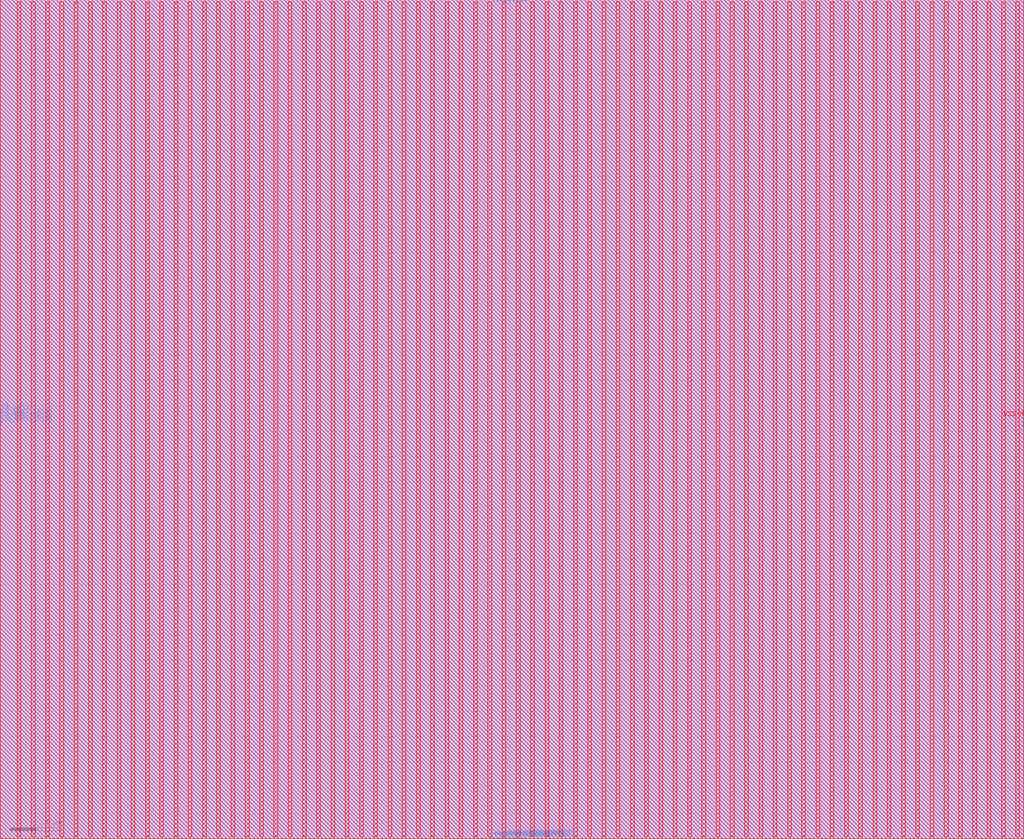
<source format=lef>
# Generated by FakeRAM 2.0
VERSION 5.7 ;
BUSBITCHARS "[]" ;
PROPERTYDEFINITIONS
  MACRO width INTEGER ;
  MACRO depth INTEGER ;
  MACRO banks INTEGER ;
END PROPERTYDEFINITIONS
MACRO fakeram_20x64_1r1w
  PROPERTY width 20 ;
  PROPERTY depth 64 ;
  PROPERTY banks 1 ;
  FOREIGN fakeram_20x64_1r1w 0 0 ;
  SYMMETRY X Y R90 ;
  SIZE 80.360 BY 65.870 ;
  CLASS BLOCK ;
  PIN r0_addr_in[0]
    DIRECTION INPUT ;
    USE SIGNAL ;
    SHAPE ABUTMENT ;
    PORT
      LAYER metal3 ;
      RECT 0.000 32.480 0.070 32.550 ;
    END
  END r0_addr_in[0]
  PIN r0_addr_in[1]
    DIRECTION INPUT ;
    USE SIGNAL ;
    SHAPE ABUTMENT ;
    PORT
      LAYER metal3 ;
      RECT 0.000 32.620 0.070 32.690 ;
    END
  END r0_addr_in[1]
  PIN r0_addr_in[2]
    DIRECTION INPUT ;
    USE SIGNAL ;
    SHAPE ABUTMENT ;
    PORT
      LAYER metal3 ;
      RECT 0.000 32.760 0.070 32.830 ;
    END
  END r0_addr_in[2]
  PIN r0_addr_in[3]
    DIRECTION INPUT ;
    USE SIGNAL ;
    SHAPE ABUTMENT ;
    PORT
      LAYER metal3 ;
      RECT 0.000 32.900 0.070 32.970 ;
    END
  END r0_addr_in[3]
  PIN r0_addr_in[4]
    DIRECTION INPUT ;
    USE SIGNAL ;
    SHAPE ABUTMENT ;
    PORT
      LAYER metal3 ;
      RECT 0.000 33.040 0.070 33.110 ;
    END
  END r0_addr_in[4]
  PIN r0_addr_in[5]
    DIRECTION INPUT ;
    USE SIGNAL ;
    SHAPE ABUTMENT ;
    PORT
      LAYER metal3 ;
      RECT 0.000 33.180 0.070 33.250 ;
    END
  END r0_addr_in[5]
  PIN r0_ce_in
    DIRECTION INPUT ;
    USE SIGNAL ;
    SHAPE ABUTMENT ;
    PORT
      LAYER metal3 ;
      RECT 0.000 33.460 0.070 33.530 ;
    END
  END r0_ce_in
  PIN r0_clk
    DIRECTION INPUT ;
    USE SIGNAL ;
    SHAPE ABUTMENT ;
    PORT
      LAYER metal3 ;
      RECT 0.000 33.600 0.070 33.670 ;
    END
  END r0_clk
  PIN r0_rd_out[0]
    DIRECTION OUTPUT ;
    USE SIGNAL ;
    SHAPE ABUTMENT ;
    PORT
      LAYER metal3 ;
      RECT 38.605 65.800 38.675 65.870 ;
    END
  END r0_rd_out[0]
  PIN r0_rd_out[1]
    DIRECTION OUTPUT ;
    USE SIGNAL ;
    SHAPE ABUTMENT ;
    PORT
      LAYER metal3 ;
      RECT 38.745 65.800 38.815 65.870 ;
    END
  END r0_rd_out[1]
  PIN r0_rd_out[2]
    DIRECTION OUTPUT ;
    USE SIGNAL ;
    SHAPE ABUTMENT ;
    PORT
      LAYER metal3 ;
      RECT 38.885 65.800 38.955 65.870 ;
    END
  END r0_rd_out[2]
  PIN r0_rd_out[3]
    DIRECTION OUTPUT ;
    USE SIGNAL ;
    SHAPE ABUTMENT ;
    PORT
      LAYER metal3 ;
      RECT 39.025 65.800 39.095 65.870 ;
    END
  END r0_rd_out[3]
  PIN r0_rd_out[4]
    DIRECTION OUTPUT ;
    USE SIGNAL ;
    SHAPE ABUTMENT ;
    PORT
      LAYER metal3 ;
      RECT 39.165 65.800 39.235 65.870 ;
    END
  END r0_rd_out[4]
  PIN r0_rd_out[5]
    DIRECTION OUTPUT ;
    USE SIGNAL ;
    SHAPE ABUTMENT ;
    PORT
      LAYER metal3 ;
      RECT 39.305 65.800 39.375 65.870 ;
    END
  END r0_rd_out[5]
  PIN r0_rd_out[6]
    DIRECTION OUTPUT ;
    USE SIGNAL ;
    SHAPE ABUTMENT ;
    PORT
      LAYER metal3 ;
      RECT 39.445 65.800 39.515 65.870 ;
    END
  END r0_rd_out[6]
  PIN r0_rd_out[7]
    DIRECTION OUTPUT ;
    USE SIGNAL ;
    SHAPE ABUTMENT ;
    PORT
      LAYER metal3 ;
      RECT 39.585 65.800 39.655 65.870 ;
    END
  END r0_rd_out[7]
  PIN r0_rd_out[8]
    DIRECTION OUTPUT ;
    USE SIGNAL ;
    SHAPE ABUTMENT ;
    PORT
      LAYER metal3 ;
      RECT 39.725 65.800 39.795 65.870 ;
    END
  END r0_rd_out[8]
  PIN r0_rd_out[9]
    DIRECTION OUTPUT ;
    USE SIGNAL ;
    SHAPE ABUTMENT ;
    PORT
      LAYER metal3 ;
      RECT 39.865 65.800 39.935 65.870 ;
    END
  END r0_rd_out[9]
  PIN r0_rd_out[10]
    DIRECTION OUTPUT ;
    USE SIGNAL ;
    SHAPE ABUTMENT ;
    PORT
      LAYER metal3 ;
      RECT 40.005 65.800 40.075 65.870 ;
    END
  END r0_rd_out[10]
  PIN r0_rd_out[11]
    DIRECTION OUTPUT ;
    USE SIGNAL ;
    SHAPE ABUTMENT ;
    PORT
      LAYER metal3 ;
      RECT 40.145 65.800 40.215 65.870 ;
    END
  END r0_rd_out[11]
  PIN r0_rd_out[12]
    DIRECTION OUTPUT ;
    USE SIGNAL ;
    SHAPE ABUTMENT ;
    PORT
      LAYER metal3 ;
      RECT 40.285 65.800 40.355 65.870 ;
    END
  END r0_rd_out[12]
  PIN r0_rd_out[13]
    DIRECTION OUTPUT ;
    USE SIGNAL ;
    SHAPE ABUTMENT ;
    PORT
      LAYER metal3 ;
      RECT 40.425 65.800 40.495 65.870 ;
    END
  END r0_rd_out[13]
  PIN r0_rd_out[14]
    DIRECTION OUTPUT ;
    USE SIGNAL ;
    SHAPE ABUTMENT ;
    PORT
      LAYER metal3 ;
      RECT 40.565 65.800 40.635 65.870 ;
    END
  END r0_rd_out[14]
  PIN r0_rd_out[15]
    DIRECTION OUTPUT ;
    USE SIGNAL ;
    SHAPE ABUTMENT ;
    PORT
      LAYER metal3 ;
      RECT 40.705 65.800 40.775 65.870 ;
    END
  END r0_rd_out[15]
  PIN r0_rd_out[16]
    DIRECTION OUTPUT ;
    USE SIGNAL ;
    SHAPE ABUTMENT ;
    PORT
      LAYER metal3 ;
      RECT 40.845 65.800 40.915 65.870 ;
    END
  END r0_rd_out[16]
  PIN r0_rd_out[17]
    DIRECTION OUTPUT ;
    USE SIGNAL ;
    SHAPE ABUTMENT ;
    PORT
      LAYER metal3 ;
      RECT 40.985 65.800 41.055 65.870 ;
    END
  END r0_rd_out[17]
  PIN r0_rd_out[18]
    DIRECTION OUTPUT ;
    USE SIGNAL ;
    SHAPE ABUTMENT ;
    PORT
      LAYER metal3 ;
      RECT 41.125 65.800 41.195 65.870 ;
    END
  END r0_rd_out[18]
  PIN r0_rd_out[19]
    DIRECTION OUTPUT ;
    USE SIGNAL ;
    SHAPE ABUTMENT ;
    PORT
      LAYER metal3 ;
      RECT 41.265 65.800 41.335 65.870 ;
    END
  END r0_rd_out[19]
  PIN w0_addr_in[0]
    DIRECTION INPUT ;
    USE SIGNAL ;
    SHAPE ABUTMENT ;
    PORT
      LAYER metal3 ;
      RECT 80.290 32.340 80.360 32.410 ;
    END
  END w0_addr_in[0]
  PIN w0_addr_in[1]
    DIRECTION INPUT ;
    USE SIGNAL ;
    SHAPE ABUTMENT ;
    PORT
      LAYER metal3 ;
      RECT 80.290 32.480 80.360 32.550 ;
    END
  END w0_addr_in[1]
  PIN w0_addr_in[2]
    DIRECTION INPUT ;
    USE SIGNAL ;
    SHAPE ABUTMENT ;
    PORT
      LAYER metal3 ;
      RECT 80.290 32.620 80.360 32.690 ;
    END
  END w0_addr_in[2]
  PIN w0_addr_in[3]
    DIRECTION INPUT ;
    USE SIGNAL ;
    SHAPE ABUTMENT ;
    PORT
      LAYER metal3 ;
      RECT 80.290 32.760 80.360 32.830 ;
    END
  END w0_addr_in[3]
  PIN w0_addr_in[4]
    DIRECTION INPUT ;
    USE SIGNAL ;
    SHAPE ABUTMENT ;
    PORT
      LAYER metal3 ;
      RECT 80.290 32.900 80.360 32.970 ;
    END
  END w0_addr_in[4]
  PIN w0_addr_in[5]
    DIRECTION INPUT ;
    USE SIGNAL ;
    SHAPE ABUTMENT ;
    PORT
      LAYER metal3 ;
      RECT 80.290 33.040 80.360 33.110 ;
    END
  END w0_addr_in[5]
  PIN w0_we_in
    DIRECTION INPUT ;
    USE SIGNAL ;
    SHAPE ABUTMENT ;
    PORT
      LAYER metal3 ;
      RECT 80.290 33.320 80.360 33.390 ;
    END
  END w0_we_in
  PIN w0_ce_in
    DIRECTION INPUT ;
    USE SIGNAL ;
    SHAPE ABUTMENT ;
    PORT
      LAYER metal3 ;
      RECT 80.290 33.460 80.360 33.530 ;
    END
  END w0_ce_in
  PIN w0_clk
    DIRECTION INPUT ;
    USE SIGNAL ;
    SHAPE ABUTMENT ;
    PORT
      LAYER metal3 ;
      RECT 80.290 33.600 80.360 33.670 ;
    END
  END w0_clk
  PIN w0_wd_in[0]
    DIRECTION INPUT ;
    USE SIGNAL ;
    SHAPE ABUTMENT ;
    PORT
      LAYER metal3 ;
      RECT 38.605 0.000 38.675 0.070 ;
    END
  END w0_wd_in[0]
  PIN w0_wd_in[1]
    DIRECTION INPUT ;
    USE SIGNAL ;
    SHAPE ABUTMENT ;
    PORT
      LAYER metal3 ;
      RECT 38.745 0.000 38.815 0.070 ;
    END
  END w0_wd_in[1]
  PIN w0_wd_in[2]
    DIRECTION INPUT ;
    USE SIGNAL ;
    SHAPE ABUTMENT ;
    PORT
      LAYER metal3 ;
      RECT 38.885 0.000 38.955 0.070 ;
    END
  END w0_wd_in[2]
  PIN w0_wd_in[3]
    DIRECTION INPUT ;
    USE SIGNAL ;
    SHAPE ABUTMENT ;
    PORT
      LAYER metal3 ;
      RECT 39.025 0.000 39.095 0.070 ;
    END
  END w0_wd_in[3]
  PIN w0_wd_in[4]
    DIRECTION INPUT ;
    USE SIGNAL ;
    SHAPE ABUTMENT ;
    PORT
      LAYER metal3 ;
      RECT 39.165 0.000 39.235 0.070 ;
    END
  END w0_wd_in[4]
  PIN w0_wd_in[5]
    DIRECTION INPUT ;
    USE SIGNAL ;
    SHAPE ABUTMENT ;
    PORT
      LAYER metal3 ;
      RECT 39.305 0.000 39.375 0.070 ;
    END
  END w0_wd_in[5]
  PIN w0_wd_in[6]
    DIRECTION INPUT ;
    USE SIGNAL ;
    SHAPE ABUTMENT ;
    PORT
      LAYER metal3 ;
      RECT 39.445 0.000 39.515 0.070 ;
    END
  END w0_wd_in[6]
  PIN w0_wd_in[7]
    DIRECTION INPUT ;
    USE SIGNAL ;
    SHAPE ABUTMENT ;
    PORT
      LAYER metal3 ;
      RECT 39.585 0.000 39.655 0.070 ;
    END
  END w0_wd_in[7]
  PIN w0_wd_in[8]
    DIRECTION INPUT ;
    USE SIGNAL ;
    SHAPE ABUTMENT ;
    PORT
      LAYER metal3 ;
      RECT 39.725 0.000 39.795 0.070 ;
    END
  END w0_wd_in[8]
  PIN w0_wd_in[9]
    DIRECTION INPUT ;
    USE SIGNAL ;
    SHAPE ABUTMENT ;
    PORT
      LAYER metal3 ;
      RECT 39.865 0.000 39.935 0.070 ;
    END
  END w0_wd_in[9]
  PIN w0_wd_in[10]
    DIRECTION INPUT ;
    USE SIGNAL ;
    SHAPE ABUTMENT ;
    PORT
      LAYER metal3 ;
      RECT 40.005 0.000 40.075 0.070 ;
    END
  END w0_wd_in[10]
  PIN w0_wd_in[11]
    DIRECTION INPUT ;
    USE SIGNAL ;
    SHAPE ABUTMENT ;
    PORT
      LAYER metal3 ;
      RECT 40.145 0.000 40.215 0.070 ;
    END
  END w0_wd_in[11]
  PIN w0_wd_in[12]
    DIRECTION INPUT ;
    USE SIGNAL ;
    SHAPE ABUTMENT ;
    PORT
      LAYER metal3 ;
      RECT 40.285 0.000 40.355 0.070 ;
    END
  END w0_wd_in[12]
  PIN w0_wd_in[13]
    DIRECTION INPUT ;
    USE SIGNAL ;
    SHAPE ABUTMENT ;
    PORT
      LAYER metal3 ;
      RECT 40.425 0.000 40.495 0.070 ;
    END
  END w0_wd_in[13]
  PIN w0_wd_in[14]
    DIRECTION INPUT ;
    USE SIGNAL ;
    SHAPE ABUTMENT ;
    PORT
      LAYER metal3 ;
      RECT 40.565 0.000 40.635 0.070 ;
    END
  END w0_wd_in[14]
  PIN w0_wd_in[15]
    DIRECTION INPUT ;
    USE SIGNAL ;
    SHAPE ABUTMENT ;
    PORT
      LAYER metal3 ;
      RECT 40.705 0.000 40.775 0.070 ;
    END
  END w0_wd_in[15]
  PIN w0_wd_in[16]
    DIRECTION INPUT ;
    USE SIGNAL ;
    SHAPE ABUTMENT ;
    PORT
      LAYER metal3 ;
      RECT 40.845 0.000 40.915 0.070 ;
    END
  END w0_wd_in[16]
  PIN w0_wd_in[17]
    DIRECTION INPUT ;
    USE SIGNAL ;
    SHAPE ABUTMENT ;
    PORT
      LAYER metal3 ;
      RECT 40.985 0.000 41.055 0.070 ;
    END
  END w0_wd_in[17]
  PIN w0_wd_in[18]
    DIRECTION INPUT ;
    USE SIGNAL ;
    SHAPE ABUTMENT ;
    PORT
      LAYER metal3 ;
      RECT 41.125 0.000 41.195 0.070 ;
    END
  END w0_wd_in[18]
  PIN w0_wd_in[19]
    DIRECTION INPUT ;
    USE SIGNAL ;
    SHAPE ABUTMENT ;
    PORT
      LAYER metal3 ;
      RECT 41.265 0.000 41.335 0.070 ;
    END
  END w0_wd_in[19]
  PIN VSS
    DIRECTION INOUT ;
    USE GROUND ;
    PORT
      LAYER metal4 ;
      RECT 2.450 0.140 2.730 65.730 ;
      RECT 4.690 0.140 4.970 65.730 ;
      RECT 6.930 0.140 7.210 65.730 ;
      RECT 9.170 0.140 9.450 65.730 ;
      RECT 11.410 0.140 11.690 65.730 ;
      RECT 13.650 0.140 13.930 65.730 ;
      RECT 15.890 0.140 16.170 65.730 ;
      RECT 18.130 0.140 18.410 65.730 ;
      RECT 20.370 0.140 20.650 65.730 ;
      RECT 22.610 0.140 22.890 65.730 ;
      RECT 24.850 0.140 25.130 65.730 ;
      RECT 27.090 0.140 27.370 65.730 ;
      RECT 29.330 0.140 29.610 65.730 ;
      RECT 31.570 0.140 31.850 65.730 ;
      RECT 33.810 0.140 34.090 65.730 ;
      RECT 36.050 0.140 36.330 65.730 ;
      RECT 38.290 0.140 38.570 65.730 ;
      RECT 40.530 0.140 40.810 65.730 ;
      RECT 42.770 0.140 43.050 65.730 ;
      RECT 45.010 0.140 45.290 65.730 ;
      RECT 47.250 0.140 47.530 65.730 ;
      RECT 49.490 0.140 49.770 65.730 ;
      RECT 51.730 0.140 52.010 65.730 ;
      RECT 53.970 0.140 54.250 65.730 ;
      RECT 56.210 0.140 56.490 65.730 ;
      RECT 58.450 0.140 58.730 65.730 ;
      RECT 60.690 0.140 60.970 65.730 ;
      RECT 62.930 0.140 63.210 65.730 ;
      RECT 65.170 0.140 65.450 65.730 ;
      RECT 67.410 0.140 67.690 65.730 ;
      RECT 69.650 0.140 69.930 65.730 ;
      RECT 71.890 0.140 72.170 65.730 ;
      RECT 74.130 0.140 74.410 65.730 ;
      RECT 76.370 0.140 76.650 65.730 ;
      RECT 78.610 0.140 78.890 65.730 ;
    END
  END VSS
  PIN VDD
    DIRECTION INOUT ;
    USE POWER ;
    PORT
      LAYER metal4 ;
      RECT 1.330 0.140 1.610 65.730 ;
      RECT 3.570 0.140 3.850 65.730 ;
      RECT 5.810 0.140 6.090 65.730 ;
      RECT 8.050 0.140 8.330 65.730 ;
      RECT 10.290 0.140 10.570 65.730 ;
      RECT 12.530 0.140 12.810 65.730 ;
      RECT 14.770 0.140 15.050 65.730 ;
      RECT 17.010 0.140 17.290 65.730 ;
      RECT 19.250 0.140 19.530 65.730 ;
      RECT 21.490 0.140 21.770 65.730 ;
      RECT 23.730 0.140 24.010 65.730 ;
      RECT 25.970 0.140 26.250 65.730 ;
      RECT 28.210 0.140 28.490 65.730 ;
      RECT 30.450 0.140 30.730 65.730 ;
      RECT 32.690 0.140 32.970 65.730 ;
      RECT 34.930 0.140 35.210 65.730 ;
      RECT 37.170 0.140 37.450 65.730 ;
      RECT 39.410 0.140 39.690 65.730 ;
      RECT 41.650 0.140 41.930 65.730 ;
      RECT 43.890 0.140 44.170 65.730 ;
      RECT 46.130 0.140 46.410 65.730 ;
      RECT 48.370 0.140 48.650 65.730 ;
      RECT 50.610 0.140 50.890 65.730 ;
      RECT 52.850 0.140 53.130 65.730 ;
      RECT 55.090 0.140 55.370 65.730 ;
      RECT 57.330 0.140 57.610 65.730 ;
      RECT 59.570 0.140 59.850 65.730 ;
      RECT 61.810 0.140 62.090 65.730 ;
      RECT 64.050 0.140 64.330 65.730 ;
      RECT 66.290 0.140 66.570 65.730 ;
      RECT 68.530 0.140 68.810 65.730 ;
      RECT 70.770 0.140 71.050 65.730 ;
      RECT 73.010 0.140 73.290 65.730 ;
      RECT 75.250 0.140 75.530 65.730 ;
      RECT 77.490 0.140 77.770 65.730 ;
      RECT 79.730 0.140 80.010 65.730 ;
    END
  END VDD
  OBS
    LAYER metal1 ;
    RECT 0 0 80.360 65.870 ;
    LAYER metal2 ;
    RECT 0 0 80.360 65.870 ;
    LAYER metal3 ;
    RECT 0 0 80.360 65.870 ;
    LAYER metal4 ;
    RECT 0 0 80.360 65.870 ;
    LAYER OVERLAP ;
    RECT 0 0 80.360 65.870 ;
  END
END fakeram_20x64_1r1w

END LIBRARY

</source>
